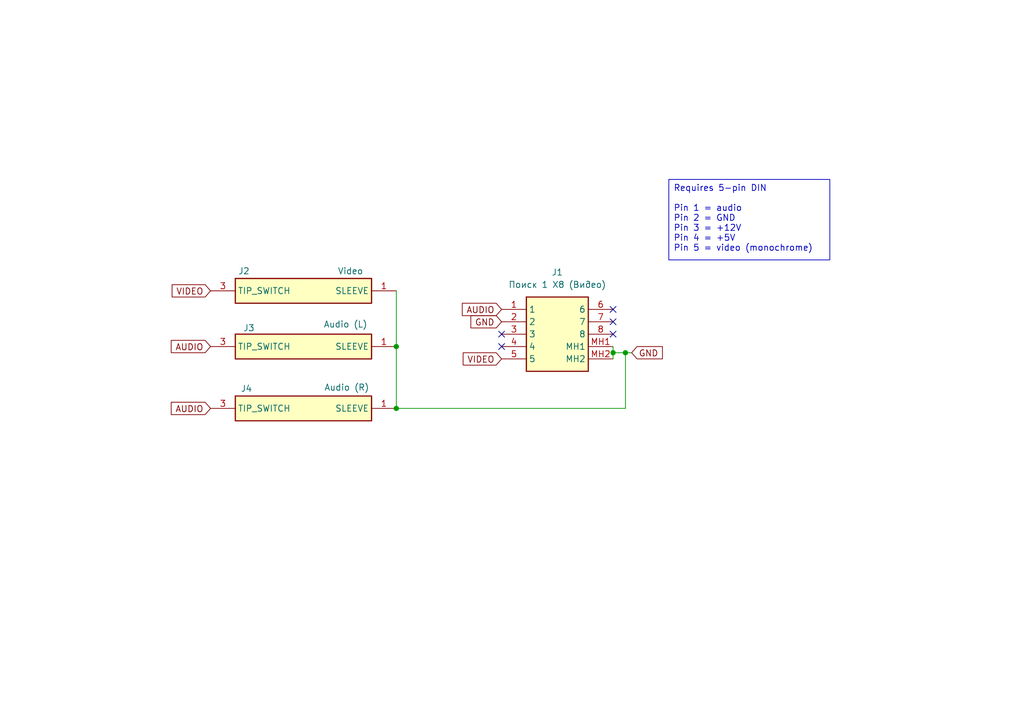
<source format=kicad_sch>
(kicad_sch (version 20250114) (generator "eeschema") (generator_version "9.0")
  (paper "A5")
  (title_block (title "Поиск 1 Monochrome Video DIN to RCA") (date "20/NOV/2025") (rev "A") (company "Brett Hallen") (comment 1 "www.youtube.com/@Brfff"))
  (lib_symbols
    (symbol "Clueless_Engineer:671-0801"
      (property "Reference" "J" (at 19.05 7.62 0))
      (property "Value" "671-0801" (at 19.05 5.08 0))
      (symbol "671-0801_1_1"
        (rectangle (start 5.08 2.54) (end 17.78 -12.7) (stroke (width 0.254)) (fill (type background)))
        (pin passive line (at 0 0 0) (length 5.08) (name "1") (number "1"))
        (pin passive line (at 0 -2.54 0) (length 5.08) (name "2") (number "2"))
        (pin passive line (at 0 -5.08 0) (length 5.08) (name "3") (number "3"))
        (pin passive line (at 0 -7.62 0) (length 5.08) (name "4") (number "4"))
        (pin passive line (at 0 -10.16 0) (length 5.08) (name "5") (number "5"))
        (pin passive line (at 22.86 0 180) (length 5.08) (name "6") (number "6"))
        (pin passive line (at 22.86 -2.54 180) (length 5.08) (name "7") (number "7"))
        (pin passive line (at 22.86 -5.08 180) (length 5.08) (name "8") (number "8"))
        (pin passive line (at 22.86 -7.62 180) (length 5.08) (name "MH1") (number "MH1"))
        (pin passive line (at 22.86 -10.16 180) (length 5.08) (name "MH2") (number "MH2"))
      )
    )
    (symbol "Clueless_Engineer:FC68371"
      (property "Reference" "J" (at 34.29 7.62 0))
      (property "Value" "FC68371" (at 34.29 5.08 0))
      (symbol "FC68371_1_1"
        (rectangle (start 5.08 2.54) (end 33.02 -2.54) (stroke (width 0.254)) (fill (type background)))
        (pin passive line (at 0 0 0) (length 5.08) (name "SLEEVE") (number "1"))
        (pin passive line (at 38.1 0 180) (length 5.08) (name "TIP_SWITCH") (number "3"))
      )
    )
  )
  (text_box "Requires 5-pin DIN\n\nPin 1 = audio\nPin 2 = GND\nPin 3 = +12V\nPin 4 = +5V\nPin 5 = video (monochrome)" (at 137.16 36.83 0) (size 33.02 16.51) (margins 0.9525 0.9525 0.9525 0.9525) (effects (font (size 1.27 1.27)) (justify left top)))
  (junction (at 81.28 83.82))
  (junction (at 128.27 72.39))
  (junction (at 125.73 72.39))
  (junction (at 81.28 71.12))
  (no_connect (at 102.87 71.12))
  (no_connect (at 125.73 63.5))
  (no_connect (at 125.73 68.58))
  (no_connect (at 102.87 68.58))
  (no_connect (at 125.73 66.04))
  (wire (pts (xy 128.27 83.82) (xy 81.28 83.82)))
  (wire (pts (xy 128.27 72.39) (xy 125.73 72.39)))
  (wire (pts (xy 125.73 72.39) (xy 125.73 73.66)))
  (wire (pts (xy 125.73 71.12) (xy 125.73 72.39)))
  (wire (pts (xy 81.28 71.12) (xy 81.28 83.82)))
  (wire (pts (xy 81.28 59.69) (xy 81.28 71.12)))
  (wire (pts (xy 129.54 72.39) (xy 128.27 72.39)))
  (wire (pts (xy 128.27 83.82) (xy 128.27 72.39)))
  (global_label "VIDEO" (shape input) (at 102.87 73.66 180) (property "Intersheetrefs" "${INTERSHEET_REFS}" (effects (hide yes))))
  (global_label "AUDIO" (shape input) (at 43.18 71.12 180) (property "Intersheetrefs" "${INTERSHEET_REFS}" (effects (hide yes))))
  (global_label "VIDEO" (shape input) (at 43.18 59.69 180) (property "Intersheetrefs" "${INTERSHEET_REFS}" (effects (hide yes))))
  (global_label "AUDIO" (shape input) (at 102.87 63.5 180) (property "Intersheetrefs" "${INTERSHEET_REFS}" (effects (hide yes))))
  (global_label "GND" (shape input) (at 102.87 66.04 180) (property "Intersheetrefs" "${INTERSHEET_REFS}" (effects (hide yes))))
  (global_label "GND" (shape input) (at 129.54 72.39 0) (property "Intersheetrefs" "${INTERSHEET_REFS}" (effects (hide yes))))
  (global_label "AUDIO" (shape input) (at 43.18 83.82 180) (property "Intersheetrefs" "${INTERSHEET_REFS}" (effects (hide yes))))
  (symbol (lib_id "Clueless_Engineer:671-0801") (at 102.87 63.5 0) (unit 1)
    (property "Reference" "J1" (at 114.3 55.88 0))
    (property "Value" "Поиск 1 X8 (Видео)" (at 114.3 58.42 0))
    (property "Footprint" "Clueless_Engineer:6710801" (effects (hide yes)))
    (property "Datasheet" "https://www.mouser.co.uk/datasheet/2/458/deltron-671-0401-4-way-din-socket-data-1859903.pdf" (effects (hide yes)))
    (property "Description" "Deltron 8 Pole Right Angle Din Socket Socket, 2A, 100 V ac, Lockable" (effects (hide yes)))
    (property "Height" "19.5" (effects (hide yes)))
    (property "Manufacturer_Name" "DELTRON COMPONENTS" (effects (hide yes)))
    (property "Manufacturer_Part_Number" "671-0801" (effects (hide yes)))
  )
  (symbol (lib_id "Clueless_Engineer:FC68371") (at 81.28 71.12 180) (unit 1)
    (property "Reference" "J3" (at 51.054 67.31 0))
    (property "Value" "Audio (L)" (at 70.866 66.548 0))
    (property "Footprint" "Clueless_Engineer:FC68371" (effects (hide yes)))
    (property "Description" "Socket; RCA; female; angled 90; THT; nickel plated; Marker: black" (effects (hide yes)))
    (property "Height" "14" (effects (hide yes)))
    (property "Manufacturer_Name" "CLIFF ELECTRONIC COMPONENTS" (effects (hide yes)))
    (property "Manufacturer_Part_Number" "FC68371" (effects (hide yes)))
  )
  (symbol (lib_id "Clueless_Engineer:FC68371") (at 81.28 59.69 180) (unit 1)
    (property "Reference" "J2" (at 50.038 55.626 0))
    (property "Value" "Video" (at 71.882 55.626 0))
    (property "Footprint" "Clueless_Engineer:FC68371" (effects (hide yes)))
    (property "Description" "Socket; RCA; female; angled 90; THT; nickel plated; Marker: black" (effects (hide yes)))
    (property "Height" "14" (effects (hide yes)))
    (property "Manufacturer_Name" "CLIFF ELECTRONIC COMPONENTS" (effects (hide yes)))
    (property "Manufacturer_Part_Number" "FC68371" (effects (hide yes)))
  )
  (symbol (lib_id "Clueless_Engineer:FC68371") (at 81.28 83.82 180) (unit 1)
    (property "Reference" "J4" (at 50.546 79.756 0))
    (property "Value" "Audio (R)" (at 71.12 79.502 0))
    (property "Footprint" "Clueless_Engineer:FC68371" (effects (hide yes)))
    (property "Description" "Socket; RCA; female; angled 90; THT; nickel plated; Marker: black" (effects (hide yes)))
    (property "Height" "14" (effects (hide yes)))
    (property "Manufacturer_Name" "CLIFF ELECTRONIC COMPONENTS" (effects (hide yes)))
    (property "Manufacturer_Part_Number" "FC68371" (effects (hide yes)))
  )
)
</source>
